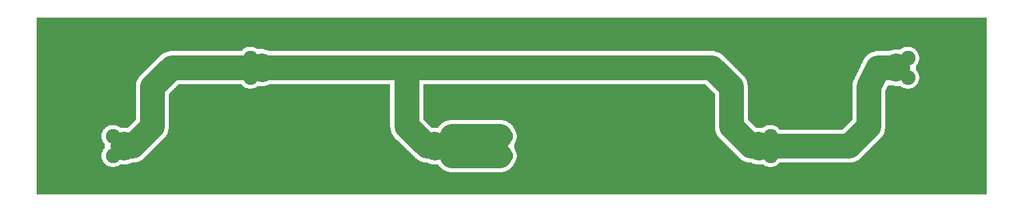
<source format=gbl>
G04 MADE WITH FRITZING*
G04 WWW.FRITZING.ORG*
G04 DOUBLE SIDED*
G04 HOLES PLATED*
G04 CONTOUR ON CENTER OF CONTOUR VECTOR*
%ASAXBY*%
%FSLAX23Y23*%
%MOIN*%
%OFA0B0*%
%SFA1.0B1.0*%
%ADD10C,0.075000*%
%ADD11C,0.075433*%
%ADD12C,0.128000*%
%LNCOPPER0*%
G90*
G70*
G54D10*
X124Y870D03*
G54D11*
X427Y237D03*
X427Y337D03*
X1127Y637D03*
X1127Y737D03*
X2127Y237D03*
X2127Y337D03*
X3777Y337D03*
X3777Y237D03*
X4477Y637D03*
X4477Y737D03*
X2427Y337D03*
X2427Y237D03*
G54D12*
X1176Y688D02*
X727Y688D01*
D02*
X727Y688D02*
X628Y589D01*
D02*
X628Y589D02*
X628Y386D01*
D02*
X628Y386D02*
X528Y286D01*
D02*
X1925Y688D02*
X1176Y688D01*
D02*
X1925Y688D02*
X3478Y688D01*
D02*
X3578Y589D02*
X3578Y386D01*
D02*
X3578Y386D02*
X3678Y286D01*
D02*
X3478Y688D02*
X3578Y589D01*
D02*
X4278Y589D02*
X4326Y688D01*
D02*
X4278Y386D02*
X4278Y589D01*
D02*
X4178Y286D02*
X4278Y386D01*
D02*
X4425Y688D02*
X4417Y697D01*
D02*
X4326Y688D02*
X4425Y688D01*
D02*
X4178Y286D02*
X3726Y286D01*
D02*
X3726Y286D02*
X3717Y278D01*
D02*
X3678Y286D02*
X3726Y286D01*
D02*
X1925Y386D02*
X2028Y286D01*
D02*
X2028Y286D02*
X2076Y286D01*
D02*
X2076Y286D02*
X2066Y296D01*
D02*
X1925Y688D02*
X1925Y386D01*
D02*
X477Y287D02*
X486Y297D01*
D02*
X528Y286D02*
X477Y287D01*
D02*
X1176Y688D02*
X1185Y698D01*
D02*
X3726Y286D02*
X3716Y296D01*
D02*
X2076Y286D02*
X2067Y277D01*
D02*
X1176Y688D02*
X1187Y678D01*
D02*
X477Y287D02*
X486Y278D01*
D02*
X4425Y688D02*
X4416Y679D01*
D02*
X2398Y337D02*
X2156Y337D01*
D02*
X2398Y237D02*
X2156Y237D01*
G36*
X40Y944D02*
X40Y794D01*
X4490Y794D01*
X4490Y792D01*
X4496Y792D01*
X4496Y790D01*
X4502Y790D01*
X4502Y788D01*
X4506Y788D01*
X4506Y786D01*
X4508Y786D01*
X4508Y784D01*
X4510Y784D01*
X4510Y782D01*
X4514Y782D01*
X4514Y780D01*
X4516Y780D01*
X4516Y778D01*
X4518Y778D01*
X4518Y776D01*
X4520Y776D01*
X4520Y774D01*
X4522Y774D01*
X4522Y770D01*
X4524Y770D01*
X4524Y768D01*
X4526Y768D01*
X4526Y764D01*
X4528Y764D01*
X4528Y762D01*
X4530Y762D01*
X4530Y756D01*
X4532Y756D01*
X4532Y748D01*
X4534Y748D01*
X4534Y726D01*
X4532Y726D01*
X4532Y718D01*
X4530Y718D01*
X4530Y712D01*
X4528Y712D01*
X4528Y708D01*
X4526Y708D01*
X4526Y706D01*
X4524Y706D01*
X4524Y702D01*
X4522Y702D01*
X4522Y700D01*
X4520Y700D01*
X4520Y698D01*
X4518Y698D01*
X4518Y676D01*
X4520Y676D01*
X4520Y674D01*
X4522Y674D01*
X4522Y670D01*
X4524Y670D01*
X4524Y668D01*
X4526Y668D01*
X4526Y664D01*
X4528Y664D01*
X4528Y662D01*
X4530Y662D01*
X4530Y656D01*
X4532Y656D01*
X4532Y648D01*
X4534Y648D01*
X4534Y626D01*
X4532Y626D01*
X4532Y618D01*
X4530Y618D01*
X4530Y612D01*
X4528Y612D01*
X4528Y608D01*
X4526Y608D01*
X4526Y606D01*
X4524Y606D01*
X4524Y602D01*
X4522Y602D01*
X4522Y600D01*
X4520Y600D01*
X4520Y598D01*
X4518Y598D01*
X4518Y596D01*
X4516Y596D01*
X4516Y594D01*
X4514Y594D01*
X4514Y592D01*
X4512Y592D01*
X4512Y590D01*
X4508Y590D01*
X4508Y588D01*
X4506Y588D01*
X4506Y586D01*
X4502Y586D01*
X4502Y584D01*
X4498Y584D01*
X4498Y582D01*
X4490Y582D01*
X4490Y580D01*
X4880Y580D01*
X4880Y944D01*
X40Y944D01*
G37*
D02*
G36*
X40Y794D02*
X40Y394D01*
X440Y394D01*
X440Y392D01*
X446Y392D01*
X446Y390D01*
X452Y390D01*
X452Y388D01*
X456Y388D01*
X456Y386D01*
X458Y386D01*
X458Y384D01*
X460Y384D01*
X460Y382D01*
X464Y382D01*
X464Y380D01*
X504Y380D01*
X504Y382D01*
X506Y382D01*
X506Y384D01*
X508Y384D01*
X508Y386D01*
X510Y386D01*
X510Y388D01*
X512Y388D01*
X512Y390D01*
X514Y390D01*
X514Y392D01*
X516Y392D01*
X516Y394D01*
X518Y394D01*
X518Y396D01*
X520Y396D01*
X520Y398D01*
X522Y398D01*
X522Y400D01*
X524Y400D01*
X524Y402D01*
X526Y402D01*
X526Y404D01*
X528Y404D01*
X528Y406D01*
X530Y406D01*
X530Y408D01*
X532Y408D01*
X532Y410D01*
X534Y410D01*
X534Y412D01*
X536Y412D01*
X536Y414D01*
X538Y414D01*
X538Y416D01*
X540Y416D01*
X540Y418D01*
X542Y418D01*
X542Y420D01*
X544Y420D01*
X544Y602D01*
X546Y602D01*
X546Y612D01*
X548Y612D01*
X548Y618D01*
X550Y618D01*
X550Y622D01*
X552Y622D01*
X552Y626D01*
X554Y626D01*
X554Y630D01*
X556Y630D01*
X556Y634D01*
X558Y634D01*
X558Y636D01*
X560Y636D01*
X560Y640D01*
X562Y640D01*
X562Y642D01*
X564Y642D01*
X564Y644D01*
X566Y644D01*
X566Y646D01*
X568Y646D01*
X568Y648D01*
X570Y648D01*
X570Y650D01*
X572Y650D01*
X572Y652D01*
X574Y652D01*
X574Y654D01*
X576Y654D01*
X576Y656D01*
X578Y656D01*
X578Y658D01*
X580Y658D01*
X580Y660D01*
X582Y660D01*
X582Y662D01*
X584Y662D01*
X584Y664D01*
X586Y664D01*
X586Y666D01*
X588Y666D01*
X588Y668D01*
X590Y668D01*
X590Y670D01*
X592Y670D01*
X592Y672D01*
X594Y672D01*
X594Y674D01*
X596Y674D01*
X596Y676D01*
X598Y676D01*
X598Y678D01*
X600Y678D01*
X600Y680D01*
X602Y680D01*
X602Y682D01*
X604Y682D01*
X604Y684D01*
X606Y684D01*
X606Y686D01*
X608Y686D01*
X608Y688D01*
X610Y688D01*
X610Y690D01*
X612Y690D01*
X612Y692D01*
X614Y692D01*
X614Y694D01*
X616Y694D01*
X616Y696D01*
X618Y696D01*
X618Y698D01*
X620Y698D01*
X620Y700D01*
X622Y700D01*
X622Y702D01*
X624Y702D01*
X624Y704D01*
X626Y704D01*
X626Y706D01*
X628Y706D01*
X628Y708D01*
X630Y708D01*
X630Y710D01*
X632Y710D01*
X632Y712D01*
X634Y712D01*
X634Y714D01*
X636Y714D01*
X636Y716D01*
X638Y716D01*
X638Y718D01*
X640Y718D01*
X640Y720D01*
X642Y720D01*
X642Y722D01*
X644Y722D01*
X644Y724D01*
X646Y724D01*
X646Y726D01*
X648Y726D01*
X648Y728D01*
X650Y728D01*
X650Y730D01*
X652Y730D01*
X652Y732D01*
X654Y732D01*
X654Y734D01*
X656Y734D01*
X656Y736D01*
X658Y736D01*
X658Y738D01*
X660Y738D01*
X660Y740D01*
X662Y740D01*
X662Y742D01*
X664Y742D01*
X664Y744D01*
X666Y744D01*
X666Y746D01*
X668Y746D01*
X668Y748D01*
X670Y748D01*
X670Y750D01*
X672Y750D01*
X672Y752D01*
X674Y752D01*
X674Y754D01*
X676Y754D01*
X676Y756D01*
X680Y756D01*
X680Y758D01*
X682Y758D01*
X682Y760D01*
X686Y760D01*
X686Y762D01*
X690Y762D01*
X690Y764D01*
X694Y764D01*
X694Y766D01*
X698Y766D01*
X698Y768D01*
X706Y768D01*
X706Y770D01*
X714Y770D01*
X714Y772D01*
X1082Y772D01*
X1082Y774D01*
X1084Y774D01*
X1084Y776D01*
X1086Y776D01*
X1086Y778D01*
X1088Y778D01*
X1088Y780D01*
X1090Y780D01*
X1090Y782D01*
X1092Y782D01*
X1092Y784D01*
X1096Y784D01*
X1096Y786D01*
X1098Y786D01*
X1098Y788D01*
X1102Y788D01*
X1102Y790D01*
X1106Y790D01*
X1106Y792D01*
X1114Y792D01*
X1114Y794D01*
X40Y794D01*
G37*
D02*
G36*
X1140Y794D02*
X1140Y792D01*
X1146Y792D01*
X1146Y790D01*
X1152Y790D01*
X1152Y788D01*
X1156Y788D01*
X1156Y786D01*
X1158Y786D01*
X1158Y784D01*
X1160Y784D01*
X1160Y782D01*
X1196Y782D01*
X1196Y780D01*
X1206Y780D01*
X1206Y778D01*
X1212Y778D01*
X1212Y776D01*
X1218Y776D01*
X1218Y774D01*
X1222Y774D01*
X1222Y772D01*
X3492Y772D01*
X3492Y770D01*
X3500Y770D01*
X3500Y768D01*
X3506Y768D01*
X3506Y766D01*
X3512Y766D01*
X3512Y764D01*
X3516Y764D01*
X3516Y762D01*
X3520Y762D01*
X3520Y760D01*
X3524Y760D01*
X3524Y758D01*
X3526Y758D01*
X3526Y756D01*
X3528Y756D01*
X3528Y754D01*
X3532Y754D01*
X3532Y752D01*
X3534Y752D01*
X3534Y750D01*
X3536Y750D01*
X3536Y748D01*
X3538Y748D01*
X3538Y746D01*
X3540Y746D01*
X3540Y744D01*
X3542Y744D01*
X3542Y742D01*
X3544Y742D01*
X3544Y740D01*
X3546Y740D01*
X3546Y738D01*
X3548Y738D01*
X3548Y736D01*
X3550Y736D01*
X3550Y734D01*
X3552Y734D01*
X3552Y732D01*
X3554Y732D01*
X3554Y730D01*
X3556Y730D01*
X3556Y728D01*
X3558Y728D01*
X3558Y726D01*
X3560Y726D01*
X3560Y724D01*
X3562Y724D01*
X3562Y722D01*
X3564Y722D01*
X3564Y720D01*
X3566Y720D01*
X3566Y718D01*
X3568Y718D01*
X3568Y716D01*
X3570Y716D01*
X3570Y714D01*
X3572Y714D01*
X3572Y712D01*
X3574Y712D01*
X3574Y710D01*
X3576Y710D01*
X3576Y708D01*
X3578Y708D01*
X3578Y706D01*
X3580Y706D01*
X3580Y704D01*
X3582Y704D01*
X3582Y702D01*
X3584Y702D01*
X3584Y700D01*
X3586Y700D01*
X3586Y698D01*
X3588Y698D01*
X3588Y696D01*
X3590Y696D01*
X3590Y694D01*
X3592Y694D01*
X3592Y692D01*
X3594Y692D01*
X3594Y690D01*
X3596Y690D01*
X3596Y688D01*
X3598Y688D01*
X3598Y686D01*
X3600Y686D01*
X3600Y684D01*
X3602Y684D01*
X3602Y682D01*
X3604Y682D01*
X3604Y680D01*
X3606Y680D01*
X3606Y678D01*
X3608Y678D01*
X3608Y676D01*
X3610Y676D01*
X3610Y674D01*
X3612Y674D01*
X3612Y672D01*
X3614Y672D01*
X3614Y670D01*
X3616Y670D01*
X3616Y668D01*
X3618Y668D01*
X3618Y666D01*
X3620Y666D01*
X3620Y664D01*
X3622Y664D01*
X3622Y662D01*
X3624Y662D01*
X3624Y660D01*
X3626Y660D01*
X3626Y658D01*
X3628Y658D01*
X3628Y656D01*
X3630Y656D01*
X3630Y654D01*
X3632Y654D01*
X3632Y652D01*
X3634Y652D01*
X3634Y650D01*
X3636Y650D01*
X3636Y648D01*
X3638Y648D01*
X3638Y646D01*
X3640Y646D01*
X3640Y644D01*
X3642Y644D01*
X3642Y642D01*
X3644Y642D01*
X3644Y638D01*
X3646Y638D01*
X3646Y636D01*
X3648Y636D01*
X3648Y634D01*
X3650Y634D01*
X3650Y630D01*
X3652Y630D01*
X3652Y626D01*
X3654Y626D01*
X3654Y622D01*
X3656Y622D01*
X3656Y616D01*
X3658Y616D01*
X3658Y610D01*
X3660Y610D01*
X3660Y600D01*
X3662Y600D01*
X3662Y420D01*
X3664Y420D01*
X3664Y418D01*
X3666Y418D01*
X3666Y416D01*
X3668Y416D01*
X3668Y414D01*
X3670Y414D01*
X3670Y412D01*
X3672Y412D01*
X3672Y410D01*
X3674Y410D01*
X3674Y408D01*
X3676Y408D01*
X3676Y406D01*
X3678Y406D01*
X3678Y404D01*
X3680Y404D01*
X3680Y402D01*
X3682Y402D01*
X3682Y400D01*
X3684Y400D01*
X3684Y398D01*
X3686Y398D01*
X3686Y396D01*
X3688Y396D01*
X3688Y394D01*
X3790Y394D01*
X3790Y392D01*
X3796Y392D01*
X3796Y390D01*
X3802Y390D01*
X3802Y388D01*
X3806Y388D01*
X3806Y386D01*
X3808Y386D01*
X3808Y384D01*
X3810Y384D01*
X3810Y382D01*
X3814Y382D01*
X3814Y380D01*
X3816Y380D01*
X3816Y378D01*
X3818Y378D01*
X3818Y376D01*
X3820Y376D01*
X3820Y374D01*
X3822Y374D01*
X3822Y370D01*
X4144Y370D01*
X4144Y372D01*
X4146Y372D01*
X4146Y374D01*
X4148Y374D01*
X4148Y376D01*
X4150Y376D01*
X4150Y378D01*
X4152Y378D01*
X4152Y380D01*
X4154Y380D01*
X4154Y382D01*
X4156Y382D01*
X4156Y384D01*
X4158Y384D01*
X4158Y386D01*
X4160Y386D01*
X4160Y388D01*
X4162Y388D01*
X4162Y390D01*
X4164Y390D01*
X4164Y392D01*
X4166Y392D01*
X4166Y394D01*
X4168Y394D01*
X4168Y396D01*
X4170Y396D01*
X4170Y398D01*
X4172Y398D01*
X4172Y400D01*
X4174Y400D01*
X4174Y402D01*
X4176Y402D01*
X4176Y404D01*
X4178Y404D01*
X4178Y406D01*
X4180Y406D01*
X4180Y408D01*
X4182Y408D01*
X4182Y410D01*
X4184Y410D01*
X4184Y412D01*
X4186Y412D01*
X4186Y414D01*
X4188Y414D01*
X4188Y416D01*
X4190Y416D01*
X4190Y418D01*
X4192Y418D01*
X4192Y420D01*
X4194Y420D01*
X4194Y602D01*
X4196Y602D01*
X4196Y612D01*
X4198Y612D01*
X4198Y618D01*
X4200Y618D01*
X4200Y622D01*
X4202Y622D01*
X4202Y626D01*
X4204Y626D01*
X4204Y630D01*
X4206Y630D01*
X4206Y634D01*
X4208Y634D01*
X4208Y640D01*
X4210Y640D01*
X4210Y644D01*
X4212Y644D01*
X4212Y648D01*
X4214Y648D01*
X4214Y652D01*
X4216Y652D01*
X4216Y656D01*
X4218Y656D01*
X4218Y660D01*
X4220Y660D01*
X4220Y664D01*
X4222Y664D01*
X4222Y668D01*
X4224Y668D01*
X4224Y672D01*
X4226Y672D01*
X4226Y676D01*
X4228Y676D01*
X4228Y680D01*
X4230Y680D01*
X4230Y684D01*
X4232Y684D01*
X4232Y688D01*
X4234Y688D01*
X4234Y694D01*
X4236Y694D01*
X4236Y698D01*
X4238Y698D01*
X4238Y702D01*
X4240Y702D01*
X4240Y706D01*
X4242Y706D01*
X4242Y710D01*
X4244Y710D01*
X4244Y714D01*
X4246Y714D01*
X4246Y718D01*
X4248Y718D01*
X4248Y722D01*
X4250Y722D01*
X4250Y726D01*
X4252Y726D01*
X4252Y730D01*
X4254Y730D01*
X4254Y734D01*
X4256Y734D01*
X4256Y736D01*
X4258Y736D01*
X4258Y738D01*
X4260Y738D01*
X4260Y742D01*
X4262Y742D01*
X4262Y744D01*
X4264Y744D01*
X4264Y746D01*
X4266Y746D01*
X4266Y748D01*
X4268Y748D01*
X4268Y750D01*
X4270Y750D01*
X4270Y752D01*
X4272Y752D01*
X4272Y754D01*
X4276Y754D01*
X4276Y756D01*
X4278Y756D01*
X4278Y758D01*
X4280Y758D01*
X4280Y760D01*
X4284Y760D01*
X4284Y762D01*
X4288Y762D01*
X4288Y764D01*
X4292Y764D01*
X4292Y766D01*
X4298Y766D01*
X4298Y768D01*
X4304Y768D01*
X4304Y770D01*
X4312Y770D01*
X4312Y772D01*
X4382Y772D01*
X4382Y774D01*
X4388Y774D01*
X4388Y776D01*
X4392Y776D01*
X4392Y778D01*
X4402Y778D01*
X4402Y780D01*
X4440Y780D01*
X4440Y782D01*
X4442Y782D01*
X4442Y784D01*
X4446Y784D01*
X4446Y786D01*
X4448Y786D01*
X4448Y788D01*
X4452Y788D01*
X4452Y790D01*
X4456Y790D01*
X4456Y792D01*
X4464Y792D01*
X4464Y794D01*
X1140Y794D01*
G37*
D02*
G36*
X762Y604D02*
X762Y602D01*
X760Y602D01*
X760Y600D01*
X758Y600D01*
X758Y598D01*
X756Y598D01*
X756Y596D01*
X754Y596D01*
X754Y594D01*
X752Y594D01*
X752Y592D01*
X750Y592D01*
X750Y590D01*
X748Y590D01*
X748Y588D01*
X746Y588D01*
X746Y586D01*
X744Y586D01*
X744Y584D01*
X742Y584D01*
X742Y582D01*
X740Y582D01*
X740Y580D01*
X1114Y580D01*
X1114Y582D01*
X1106Y582D01*
X1106Y584D01*
X1102Y584D01*
X1102Y586D01*
X1098Y586D01*
X1098Y588D01*
X1094Y588D01*
X1094Y590D01*
X1092Y590D01*
X1092Y592D01*
X1090Y592D01*
X1090Y594D01*
X1088Y594D01*
X1088Y596D01*
X1086Y596D01*
X1086Y598D01*
X1084Y598D01*
X1084Y600D01*
X1082Y600D01*
X1082Y602D01*
X1080Y602D01*
X1080Y604D01*
X762Y604D01*
G37*
D02*
G36*
X1226Y604D02*
X1226Y602D01*
X1222Y602D01*
X1222Y600D01*
X1216Y600D01*
X1216Y598D01*
X1210Y598D01*
X1210Y596D01*
X1202Y596D01*
X1202Y594D01*
X1164Y594D01*
X1164Y592D01*
X1162Y592D01*
X1162Y590D01*
X1158Y590D01*
X1158Y588D01*
X1156Y588D01*
X1156Y586D01*
X1152Y586D01*
X1152Y584D01*
X1148Y584D01*
X1148Y582D01*
X1140Y582D01*
X1140Y580D01*
X1840Y580D01*
X1840Y604D01*
X1226Y604D01*
G37*
D02*
G36*
X2008Y604D02*
X2008Y422D01*
X2010Y422D01*
X2010Y420D01*
X2416Y420D01*
X2416Y418D01*
X2424Y418D01*
X2424Y416D01*
X2428Y416D01*
X2428Y414D01*
X2434Y414D01*
X2434Y412D01*
X2438Y412D01*
X2438Y410D01*
X2440Y410D01*
X2440Y408D01*
X2444Y408D01*
X2444Y406D01*
X2446Y406D01*
X2446Y404D01*
X2450Y404D01*
X2450Y402D01*
X2452Y402D01*
X2452Y400D01*
X2454Y400D01*
X2454Y398D01*
X2456Y398D01*
X2456Y396D01*
X2458Y396D01*
X2458Y394D01*
X2460Y394D01*
X2460Y392D01*
X2462Y392D01*
X2462Y390D01*
X2464Y390D01*
X2464Y388D01*
X2466Y388D01*
X2466Y384D01*
X2468Y384D01*
X2468Y382D01*
X2470Y382D01*
X2470Y378D01*
X2472Y378D01*
X2472Y374D01*
X2474Y374D01*
X2474Y370D01*
X2476Y370D01*
X2476Y364D01*
X2478Y364D01*
X2478Y362D01*
X2480Y362D01*
X2480Y356D01*
X2482Y356D01*
X2482Y348D01*
X2484Y348D01*
X2484Y326D01*
X2482Y326D01*
X2482Y318D01*
X2480Y318D01*
X2480Y312D01*
X2478Y312D01*
X2478Y308D01*
X2476Y308D01*
X2476Y304D01*
X2474Y304D01*
X2474Y300D01*
X2472Y300D01*
X2472Y274D01*
X2474Y274D01*
X2474Y270D01*
X2476Y270D01*
X2476Y264D01*
X2478Y264D01*
X2478Y262D01*
X2480Y262D01*
X2480Y256D01*
X2482Y256D01*
X2482Y248D01*
X2484Y248D01*
X2484Y226D01*
X2482Y226D01*
X2482Y218D01*
X2480Y218D01*
X2480Y212D01*
X2478Y212D01*
X2478Y208D01*
X2476Y208D01*
X2476Y204D01*
X2474Y204D01*
X2474Y200D01*
X2472Y200D01*
X2472Y196D01*
X2470Y196D01*
X2470Y192D01*
X2468Y192D01*
X2468Y190D01*
X2466Y190D01*
X2466Y186D01*
X2464Y186D01*
X2464Y184D01*
X2462Y184D01*
X2462Y182D01*
X2460Y182D01*
X2460Y180D01*
X3764Y180D01*
X3764Y182D01*
X3756Y182D01*
X3756Y184D01*
X3752Y184D01*
X3752Y186D01*
X3748Y186D01*
X3748Y188D01*
X3744Y188D01*
X3744Y190D01*
X3742Y190D01*
X3742Y192D01*
X3740Y192D01*
X3740Y194D01*
X3700Y194D01*
X3700Y196D01*
X3692Y196D01*
X3692Y198D01*
X3686Y198D01*
X3686Y200D01*
X3682Y200D01*
X3682Y202D01*
X3664Y202D01*
X3664Y204D01*
X3656Y204D01*
X3656Y206D01*
X3648Y206D01*
X3648Y208D01*
X3644Y208D01*
X3644Y210D01*
X3640Y210D01*
X3640Y212D01*
X3636Y212D01*
X3636Y214D01*
X3632Y214D01*
X3632Y216D01*
X3630Y216D01*
X3630Y218D01*
X3626Y218D01*
X3626Y220D01*
X3624Y220D01*
X3624Y222D01*
X3622Y222D01*
X3622Y224D01*
X3620Y224D01*
X3620Y226D01*
X3618Y226D01*
X3618Y228D01*
X3616Y228D01*
X3616Y230D01*
X3614Y230D01*
X3614Y232D01*
X3612Y232D01*
X3612Y234D01*
X3610Y234D01*
X3610Y236D01*
X3608Y236D01*
X3608Y238D01*
X3606Y238D01*
X3606Y240D01*
X3604Y240D01*
X3604Y242D01*
X3602Y242D01*
X3602Y244D01*
X3600Y244D01*
X3600Y246D01*
X3598Y246D01*
X3598Y248D01*
X3596Y248D01*
X3596Y250D01*
X3594Y250D01*
X3594Y252D01*
X3592Y252D01*
X3592Y254D01*
X3590Y254D01*
X3590Y256D01*
X3588Y256D01*
X3588Y258D01*
X3586Y258D01*
X3586Y260D01*
X3584Y260D01*
X3584Y262D01*
X3582Y262D01*
X3582Y264D01*
X3580Y264D01*
X3580Y266D01*
X3578Y266D01*
X3578Y268D01*
X3576Y268D01*
X3576Y270D01*
X3574Y270D01*
X3574Y272D01*
X3572Y272D01*
X3572Y274D01*
X3570Y274D01*
X3570Y276D01*
X3568Y276D01*
X3568Y278D01*
X3566Y278D01*
X3566Y280D01*
X3564Y280D01*
X3564Y282D01*
X3562Y282D01*
X3562Y284D01*
X3560Y284D01*
X3560Y286D01*
X3558Y286D01*
X3558Y288D01*
X3556Y288D01*
X3556Y290D01*
X3554Y290D01*
X3554Y292D01*
X3552Y292D01*
X3552Y294D01*
X3550Y294D01*
X3550Y296D01*
X3548Y296D01*
X3548Y298D01*
X3546Y298D01*
X3546Y300D01*
X3544Y300D01*
X3544Y302D01*
X3542Y302D01*
X3542Y304D01*
X3540Y304D01*
X3540Y306D01*
X3538Y306D01*
X3538Y308D01*
X3536Y308D01*
X3536Y310D01*
X3534Y310D01*
X3534Y312D01*
X3532Y312D01*
X3532Y314D01*
X3530Y314D01*
X3530Y316D01*
X3528Y316D01*
X3528Y318D01*
X3526Y318D01*
X3526Y320D01*
X3524Y320D01*
X3524Y322D01*
X3522Y322D01*
X3522Y324D01*
X3520Y324D01*
X3520Y326D01*
X3518Y326D01*
X3518Y328D01*
X3516Y328D01*
X3516Y330D01*
X3514Y330D01*
X3514Y332D01*
X3512Y332D01*
X3512Y334D01*
X3510Y334D01*
X3510Y338D01*
X3508Y338D01*
X3508Y340D01*
X3506Y340D01*
X3506Y344D01*
X3504Y344D01*
X3504Y348D01*
X3502Y348D01*
X3502Y352D01*
X3500Y352D01*
X3500Y356D01*
X3498Y356D01*
X3498Y364D01*
X3496Y364D01*
X3496Y372D01*
X3494Y372D01*
X3494Y554D01*
X3492Y554D01*
X3492Y556D01*
X3490Y556D01*
X3490Y558D01*
X3488Y558D01*
X3488Y560D01*
X3486Y560D01*
X3486Y562D01*
X3484Y562D01*
X3484Y564D01*
X3482Y564D01*
X3482Y566D01*
X3480Y566D01*
X3480Y568D01*
X3478Y568D01*
X3478Y570D01*
X3476Y570D01*
X3476Y572D01*
X3474Y572D01*
X3474Y574D01*
X3472Y574D01*
X3472Y576D01*
X3470Y576D01*
X3470Y578D01*
X3468Y578D01*
X3468Y580D01*
X3466Y580D01*
X3466Y582D01*
X3464Y582D01*
X3464Y584D01*
X3462Y584D01*
X3462Y586D01*
X3460Y586D01*
X3460Y588D01*
X3458Y588D01*
X3458Y590D01*
X3456Y590D01*
X3456Y592D01*
X3454Y592D01*
X3454Y594D01*
X3452Y594D01*
X3452Y596D01*
X3450Y596D01*
X3450Y598D01*
X3448Y598D01*
X3448Y600D01*
X3446Y600D01*
X3446Y602D01*
X3444Y602D01*
X3444Y604D01*
X2008Y604D01*
G37*
D02*
G36*
X4376Y598D02*
X4376Y596D01*
X4374Y596D01*
X4374Y592D01*
X4372Y592D01*
X4372Y588D01*
X4370Y588D01*
X4370Y584D01*
X4368Y584D01*
X4368Y580D01*
X4464Y580D01*
X4464Y582D01*
X4456Y582D01*
X4456Y584D01*
X4452Y584D01*
X4452Y586D01*
X4448Y586D01*
X4448Y588D01*
X4444Y588D01*
X4444Y590D01*
X4442Y590D01*
X4442Y592D01*
X4440Y592D01*
X4440Y594D01*
X4410Y594D01*
X4410Y596D01*
X4396Y596D01*
X4396Y598D01*
X4376Y598D01*
G37*
D02*
G36*
X738Y580D02*
X738Y578D01*
X1840Y578D01*
X1840Y580D01*
X738Y580D01*
G37*
D02*
G36*
X738Y580D02*
X738Y578D01*
X1840Y578D01*
X1840Y580D01*
X738Y580D01*
G37*
D02*
G36*
X4366Y580D02*
X4366Y578D01*
X4880Y578D01*
X4880Y580D01*
X4366Y580D01*
G37*
D02*
G36*
X4366Y580D02*
X4366Y578D01*
X4880Y578D01*
X4880Y580D01*
X4366Y580D01*
G37*
D02*
G36*
X736Y578D02*
X736Y576D01*
X734Y576D01*
X734Y574D01*
X732Y574D01*
X732Y572D01*
X730Y572D01*
X730Y570D01*
X728Y570D01*
X728Y568D01*
X726Y568D01*
X726Y566D01*
X724Y566D01*
X724Y564D01*
X722Y564D01*
X722Y562D01*
X720Y562D01*
X720Y560D01*
X718Y560D01*
X718Y558D01*
X716Y558D01*
X716Y556D01*
X714Y556D01*
X714Y554D01*
X712Y554D01*
X712Y374D01*
X710Y374D01*
X710Y364D01*
X708Y364D01*
X708Y358D01*
X706Y358D01*
X706Y352D01*
X704Y352D01*
X704Y348D01*
X702Y348D01*
X702Y344D01*
X700Y344D01*
X700Y342D01*
X698Y342D01*
X698Y338D01*
X696Y338D01*
X696Y336D01*
X694Y336D01*
X694Y332D01*
X692Y332D01*
X692Y330D01*
X690Y330D01*
X690Y328D01*
X688Y328D01*
X688Y326D01*
X686Y326D01*
X686Y324D01*
X684Y324D01*
X684Y322D01*
X682Y322D01*
X682Y320D01*
X680Y320D01*
X680Y318D01*
X678Y318D01*
X678Y316D01*
X676Y316D01*
X676Y314D01*
X674Y314D01*
X674Y312D01*
X672Y312D01*
X672Y310D01*
X670Y310D01*
X670Y308D01*
X668Y308D01*
X668Y306D01*
X666Y306D01*
X666Y304D01*
X664Y304D01*
X664Y302D01*
X662Y302D01*
X662Y300D01*
X660Y300D01*
X660Y298D01*
X658Y298D01*
X658Y296D01*
X656Y296D01*
X656Y294D01*
X654Y294D01*
X654Y292D01*
X652Y292D01*
X652Y290D01*
X650Y290D01*
X650Y288D01*
X648Y288D01*
X648Y286D01*
X646Y286D01*
X646Y284D01*
X644Y284D01*
X644Y282D01*
X642Y282D01*
X642Y280D01*
X640Y280D01*
X640Y278D01*
X638Y278D01*
X638Y276D01*
X636Y276D01*
X636Y274D01*
X634Y274D01*
X634Y272D01*
X632Y272D01*
X632Y270D01*
X630Y270D01*
X630Y268D01*
X628Y268D01*
X628Y266D01*
X626Y266D01*
X626Y264D01*
X624Y264D01*
X624Y262D01*
X622Y262D01*
X622Y260D01*
X620Y260D01*
X620Y258D01*
X618Y258D01*
X618Y256D01*
X616Y256D01*
X616Y254D01*
X614Y254D01*
X614Y252D01*
X612Y252D01*
X612Y250D01*
X610Y250D01*
X610Y248D01*
X608Y248D01*
X608Y246D01*
X606Y246D01*
X606Y244D01*
X604Y244D01*
X604Y242D01*
X602Y242D01*
X602Y240D01*
X600Y240D01*
X600Y238D01*
X598Y238D01*
X598Y236D01*
X596Y236D01*
X596Y234D01*
X594Y234D01*
X594Y232D01*
X592Y232D01*
X592Y230D01*
X590Y230D01*
X590Y228D01*
X588Y228D01*
X588Y226D01*
X586Y226D01*
X586Y224D01*
X584Y224D01*
X584Y222D01*
X582Y222D01*
X582Y220D01*
X578Y220D01*
X578Y218D01*
X576Y218D01*
X576Y216D01*
X574Y216D01*
X574Y214D01*
X570Y214D01*
X570Y212D01*
X566Y212D01*
X566Y210D01*
X562Y210D01*
X562Y208D01*
X556Y208D01*
X556Y206D01*
X550Y206D01*
X550Y204D01*
X542Y204D01*
X542Y202D01*
X522Y202D01*
X522Y200D01*
X516Y200D01*
X516Y198D01*
X512Y198D01*
X512Y196D01*
X504Y196D01*
X504Y194D01*
X464Y194D01*
X464Y192D01*
X462Y192D01*
X462Y190D01*
X458Y190D01*
X458Y188D01*
X456Y188D01*
X456Y186D01*
X452Y186D01*
X452Y184D01*
X448Y184D01*
X448Y182D01*
X440Y182D01*
X440Y180D01*
X2092Y180D01*
X2092Y184D01*
X2090Y184D01*
X2090Y186D01*
X2088Y186D01*
X2088Y188D01*
X2086Y188D01*
X2086Y192D01*
X2066Y192D01*
X2066Y194D01*
X2050Y194D01*
X2050Y196D01*
X2042Y196D01*
X2042Y198D01*
X2036Y198D01*
X2036Y200D01*
X2032Y200D01*
X2032Y202D01*
X2014Y202D01*
X2014Y204D01*
X2006Y204D01*
X2006Y206D01*
X2000Y206D01*
X2000Y208D01*
X1994Y208D01*
X1994Y210D01*
X1990Y210D01*
X1990Y212D01*
X1986Y212D01*
X1986Y214D01*
X1984Y214D01*
X1984Y216D01*
X1980Y216D01*
X1980Y218D01*
X1978Y218D01*
X1978Y220D01*
X1974Y220D01*
X1974Y222D01*
X1972Y222D01*
X1972Y224D01*
X1970Y224D01*
X1970Y226D01*
X1968Y226D01*
X1968Y228D01*
X1966Y228D01*
X1966Y230D01*
X1964Y230D01*
X1964Y232D01*
X1962Y232D01*
X1962Y234D01*
X1960Y234D01*
X1960Y236D01*
X1958Y236D01*
X1958Y238D01*
X1956Y238D01*
X1956Y240D01*
X1954Y240D01*
X1954Y242D01*
X1952Y242D01*
X1952Y244D01*
X1950Y244D01*
X1950Y246D01*
X1948Y246D01*
X1948Y248D01*
X1946Y248D01*
X1946Y250D01*
X1944Y250D01*
X1944Y252D01*
X1942Y252D01*
X1942Y254D01*
X1940Y254D01*
X1940Y256D01*
X1938Y256D01*
X1938Y258D01*
X1936Y258D01*
X1936Y260D01*
X1934Y260D01*
X1934Y262D01*
X1930Y262D01*
X1930Y264D01*
X1928Y264D01*
X1928Y266D01*
X1926Y266D01*
X1926Y268D01*
X1924Y268D01*
X1924Y270D01*
X1922Y270D01*
X1922Y272D01*
X1920Y272D01*
X1920Y274D01*
X1918Y274D01*
X1918Y276D01*
X1916Y276D01*
X1916Y278D01*
X1914Y278D01*
X1914Y280D01*
X1912Y280D01*
X1912Y282D01*
X1910Y282D01*
X1910Y284D01*
X1908Y284D01*
X1908Y286D01*
X1906Y286D01*
X1906Y288D01*
X1904Y288D01*
X1904Y290D01*
X1902Y290D01*
X1902Y292D01*
X1900Y292D01*
X1900Y294D01*
X1898Y294D01*
X1898Y296D01*
X1896Y296D01*
X1896Y298D01*
X1894Y298D01*
X1894Y300D01*
X1892Y300D01*
X1892Y302D01*
X1890Y302D01*
X1890Y304D01*
X1888Y304D01*
X1888Y306D01*
X1886Y306D01*
X1886Y308D01*
X1884Y308D01*
X1884Y310D01*
X1882Y310D01*
X1882Y312D01*
X1880Y312D01*
X1880Y314D01*
X1878Y314D01*
X1878Y316D01*
X1874Y316D01*
X1874Y318D01*
X1872Y318D01*
X1872Y320D01*
X1870Y320D01*
X1870Y322D01*
X1868Y322D01*
X1868Y324D01*
X1866Y324D01*
X1866Y326D01*
X1864Y326D01*
X1864Y328D01*
X1862Y328D01*
X1862Y332D01*
X1860Y332D01*
X1860Y334D01*
X1858Y334D01*
X1858Y336D01*
X1856Y336D01*
X1856Y338D01*
X1854Y338D01*
X1854Y342D01*
X1852Y342D01*
X1852Y346D01*
X1850Y346D01*
X1850Y350D01*
X1848Y350D01*
X1848Y354D01*
X1846Y354D01*
X1846Y360D01*
X1844Y360D01*
X1844Y368D01*
X1842Y368D01*
X1842Y382D01*
X1840Y382D01*
X1840Y578D01*
X736Y578D01*
G37*
D02*
G36*
X4366Y578D02*
X4366Y576D01*
X4364Y576D01*
X4364Y572D01*
X4362Y572D01*
X4362Y374D01*
X4360Y374D01*
X4360Y364D01*
X4358Y364D01*
X4358Y358D01*
X4356Y358D01*
X4356Y352D01*
X4354Y352D01*
X4354Y348D01*
X4352Y348D01*
X4352Y344D01*
X4350Y344D01*
X4350Y340D01*
X4348Y340D01*
X4348Y338D01*
X4346Y338D01*
X4346Y336D01*
X4344Y336D01*
X4344Y332D01*
X4342Y332D01*
X4342Y330D01*
X4340Y330D01*
X4340Y328D01*
X4338Y328D01*
X4338Y326D01*
X4336Y326D01*
X4336Y324D01*
X4334Y324D01*
X4334Y322D01*
X4332Y322D01*
X4332Y320D01*
X4330Y320D01*
X4330Y318D01*
X4328Y318D01*
X4328Y316D01*
X4326Y316D01*
X4326Y314D01*
X4324Y314D01*
X4324Y312D01*
X4322Y312D01*
X4322Y310D01*
X4320Y310D01*
X4320Y308D01*
X4318Y308D01*
X4318Y306D01*
X4316Y306D01*
X4316Y304D01*
X4314Y304D01*
X4314Y302D01*
X4312Y302D01*
X4312Y300D01*
X4310Y300D01*
X4310Y298D01*
X4308Y298D01*
X4308Y296D01*
X4306Y296D01*
X4306Y294D01*
X4304Y294D01*
X4304Y292D01*
X4302Y292D01*
X4302Y290D01*
X4300Y290D01*
X4300Y288D01*
X4298Y288D01*
X4298Y286D01*
X4296Y286D01*
X4296Y284D01*
X4294Y284D01*
X4294Y282D01*
X4292Y282D01*
X4292Y280D01*
X4290Y280D01*
X4290Y278D01*
X4288Y278D01*
X4288Y276D01*
X4286Y276D01*
X4286Y274D01*
X4284Y274D01*
X4284Y272D01*
X4282Y272D01*
X4282Y270D01*
X4280Y270D01*
X4280Y268D01*
X4278Y268D01*
X4278Y266D01*
X4276Y266D01*
X4276Y264D01*
X4274Y264D01*
X4274Y262D01*
X4272Y262D01*
X4272Y260D01*
X4270Y260D01*
X4270Y258D01*
X4268Y258D01*
X4268Y256D01*
X4266Y256D01*
X4266Y254D01*
X4264Y254D01*
X4264Y252D01*
X4262Y252D01*
X4262Y250D01*
X4260Y250D01*
X4260Y248D01*
X4258Y248D01*
X4258Y246D01*
X4256Y246D01*
X4256Y244D01*
X4254Y244D01*
X4254Y242D01*
X4252Y242D01*
X4252Y240D01*
X4250Y240D01*
X4250Y238D01*
X4248Y238D01*
X4248Y236D01*
X4246Y236D01*
X4246Y234D01*
X4244Y234D01*
X4244Y232D01*
X4242Y232D01*
X4242Y230D01*
X4240Y230D01*
X4240Y228D01*
X4238Y228D01*
X4238Y226D01*
X4236Y226D01*
X4236Y224D01*
X4234Y224D01*
X4234Y222D01*
X4232Y222D01*
X4232Y220D01*
X4228Y220D01*
X4228Y218D01*
X4226Y218D01*
X4226Y216D01*
X4224Y216D01*
X4224Y214D01*
X4220Y214D01*
X4220Y212D01*
X4216Y212D01*
X4216Y210D01*
X4212Y210D01*
X4212Y208D01*
X4206Y208D01*
X4206Y206D01*
X4200Y206D01*
X4200Y204D01*
X4192Y204D01*
X4192Y202D01*
X3822Y202D01*
X3822Y200D01*
X3820Y200D01*
X3820Y198D01*
X3818Y198D01*
X3818Y196D01*
X3816Y196D01*
X3816Y194D01*
X3814Y194D01*
X3814Y192D01*
X3812Y192D01*
X3812Y190D01*
X3808Y190D01*
X3808Y188D01*
X3806Y188D01*
X3806Y186D01*
X3802Y186D01*
X3802Y184D01*
X3798Y184D01*
X3798Y182D01*
X3790Y182D01*
X3790Y180D01*
X4880Y180D01*
X4880Y578D01*
X4366Y578D01*
G37*
D02*
G36*
X2012Y420D02*
X2012Y418D01*
X2014Y418D01*
X2014Y416D01*
X2016Y416D01*
X2016Y414D01*
X2018Y414D01*
X2018Y412D01*
X2020Y412D01*
X2020Y410D01*
X2022Y410D01*
X2022Y408D01*
X2024Y408D01*
X2024Y406D01*
X2026Y406D01*
X2026Y404D01*
X2028Y404D01*
X2028Y402D01*
X2030Y402D01*
X2030Y400D01*
X2032Y400D01*
X2032Y398D01*
X2034Y398D01*
X2034Y396D01*
X2036Y396D01*
X2036Y394D01*
X2038Y394D01*
X2038Y392D01*
X2040Y392D01*
X2040Y390D01*
X2042Y390D01*
X2042Y388D01*
X2044Y388D01*
X2044Y386D01*
X2046Y386D01*
X2046Y384D01*
X2048Y384D01*
X2048Y382D01*
X2050Y382D01*
X2050Y380D01*
X2084Y380D01*
X2084Y382D01*
X2086Y382D01*
X2086Y386D01*
X2088Y386D01*
X2088Y388D01*
X2090Y388D01*
X2090Y390D01*
X2092Y390D01*
X2092Y392D01*
X2094Y392D01*
X2094Y396D01*
X2096Y396D01*
X2096Y398D01*
X2100Y398D01*
X2100Y400D01*
X2102Y400D01*
X2102Y402D01*
X2104Y402D01*
X2104Y404D01*
X2106Y404D01*
X2106Y406D01*
X2110Y406D01*
X2110Y408D01*
X2112Y408D01*
X2112Y410D01*
X2116Y410D01*
X2116Y412D01*
X2120Y412D01*
X2120Y414D01*
X2124Y414D01*
X2124Y416D01*
X2130Y416D01*
X2130Y418D01*
X2138Y418D01*
X2138Y420D01*
X2012Y420D01*
G37*
D02*
G36*
X40Y394D02*
X40Y180D01*
X414Y180D01*
X414Y182D01*
X406Y182D01*
X406Y184D01*
X402Y184D01*
X402Y186D01*
X398Y186D01*
X398Y188D01*
X394Y188D01*
X394Y190D01*
X392Y190D01*
X392Y192D01*
X390Y192D01*
X390Y194D01*
X388Y194D01*
X388Y196D01*
X386Y196D01*
X386Y198D01*
X384Y198D01*
X384Y200D01*
X382Y200D01*
X382Y202D01*
X380Y202D01*
X380Y204D01*
X378Y204D01*
X378Y208D01*
X376Y208D01*
X376Y212D01*
X374Y212D01*
X374Y216D01*
X372Y216D01*
X372Y222D01*
X370Y222D01*
X370Y236D01*
X368Y236D01*
X368Y238D01*
X370Y238D01*
X370Y252D01*
X372Y252D01*
X372Y258D01*
X374Y258D01*
X374Y262D01*
X376Y262D01*
X376Y266D01*
X378Y266D01*
X378Y270D01*
X380Y270D01*
X380Y272D01*
X382Y272D01*
X382Y274D01*
X384Y274D01*
X384Y276D01*
X386Y276D01*
X386Y298D01*
X384Y298D01*
X384Y300D01*
X382Y300D01*
X382Y302D01*
X380Y302D01*
X380Y304D01*
X378Y304D01*
X378Y308D01*
X376Y308D01*
X376Y312D01*
X374Y312D01*
X374Y316D01*
X372Y316D01*
X372Y322D01*
X370Y322D01*
X370Y336D01*
X368Y336D01*
X368Y338D01*
X370Y338D01*
X370Y352D01*
X372Y352D01*
X372Y358D01*
X374Y358D01*
X374Y362D01*
X376Y362D01*
X376Y366D01*
X378Y366D01*
X378Y370D01*
X380Y370D01*
X380Y372D01*
X382Y372D01*
X382Y374D01*
X384Y374D01*
X384Y376D01*
X386Y376D01*
X386Y378D01*
X388Y378D01*
X388Y380D01*
X390Y380D01*
X390Y382D01*
X392Y382D01*
X392Y384D01*
X396Y384D01*
X396Y386D01*
X398Y386D01*
X398Y388D01*
X402Y388D01*
X402Y390D01*
X406Y390D01*
X406Y392D01*
X414Y392D01*
X414Y394D01*
X40Y394D01*
G37*
D02*
G36*
X3690Y394D02*
X3690Y392D01*
X3692Y392D01*
X3692Y390D01*
X3694Y390D01*
X3694Y388D01*
X3696Y388D01*
X3696Y386D01*
X3698Y386D01*
X3698Y384D01*
X3700Y384D01*
X3700Y382D01*
X3702Y382D01*
X3702Y380D01*
X3740Y380D01*
X3740Y382D01*
X3742Y382D01*
X3742Y384D01*
X3746Y384D01*
X3746Y386D01*
X3748Y386D01*
X3748Y388D01*
X3752Y388D01*
X3752Y390D01*
X3756Y390D01*
X3756Y392D01*
X3764Y392D01*
X3764Y394D01*
X3690Y394D01*
G37*
D02*
G36*
X40Y180D02*
X40Y178D01*
X2094Y178D01*
X2094Y180D01*
X40Y180D01*
G37*
D02*
G36*
X40Y180D02*
X40Y178D01*
X2094Y178D01*
X2094Y180D01*
X40Y180D01*
G37*
D02*
G36*
X2458Y180D02*
X2458Y178D01*
X4880Y178D01*
X4880Y180D01*
X2458Y180D01*
G37*
D02*
G36*
X2458Y180D02*
X2458Y178D01*
X4880Y178D01*
X4880Y180D01*
X2458Y180D01*
G37*
D02*
G36*
X40Y178D02*
X40Y152D01*
X2154Y152D01*
X2154Y154D01*
X2138Y154D01*
X2138Y156D01*
X2130Y156D01*
X2130Y158D01*
X2124Y158D01*
X2124Y160D01*
X2120Y160D01*
X2120Y162D01*
X2116Y162D01*
X2116Y164D01*
X2112Y164D01*
X2112Y166D01*
X2108Y166D01*
X2108Y168D01*
X2106Y168D01*
X2106Y170D01*
X2104Y170D01*
X2104Y172D01*
X2102Y172D01*
X2102Y174D01*
X2098Y174D01*
X2098Y176D01*
X2096Y176D01*
X2096Y178D01*
X40Y178D01*
G37*
D02*
G36*
X2456Y178D02*
X2456Y176D01*
X2454Y176D01*
X2454Y174D01*
X2452Y174D01*
X2452Y172D01*
X2450Y172D01*
X2450Y170D01*
X2448Y170D01*
X2448Y168D01*
X2444Y168D01*
X2444Y166D01*
X2442Y166D01*
X2442Y164D01*
X2438Y164D01*
X2438Y162D01*
X2434Y162D01*
X2434Y160D01*
X2430Y160D01*
X2430Y158D01*
X2424Y158D01*
X2424Y156D01*
X2416Y156D01*
X2416Y154D01*
X2400Y154D01*
X2400Y152D01*
X4880Y152D01*
X4880Y178D01*
X2456Y178D01*
G37*
D02*
G36*
X40Y152D02*
X40Y150D01*
X4880Y150D01*
X4880Y152D01*
X40Y152D01*
G37*
D02*
G36*
X40Y152D02*
X40Y150D01*
X4880Y150D01*
X4880Y152D01*
X40Y152D01*
G37*
D02*
G36*
X40Y150D02*
X40Y40D01*
X4880Y40D01*
X4880Y150D01*
X40Y150D01*
G37*
D02*
G04 End of Copper0*
M02*
</source>
